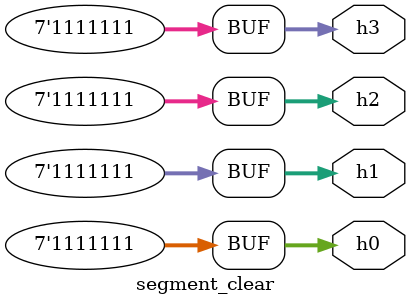
<source format=v>
`timescale 1ns / 1ps


module segment_clear(output reg [6:0] h0, h1, h2, h3);
  // parameter
    parameter off = 7'b1111111;

    // always
    always @(*) begin
        h0 <= off;
        h1 <= off;
        h2 <= off;
        h3 <= off;
    end
endmodule

</source>
